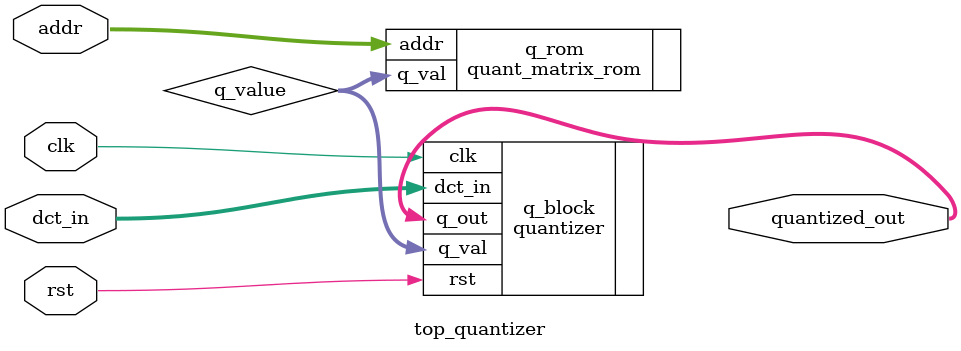
<source format=v>
module top_quantizer (
    input clk,
    input rst,
    input [5:0] addr,                
    input signed [11:0] dct_in,
    output signed [7:0] quantized_out
);

    wire [7:0] q_value;

    quant_matrix_rom q_rom (
        .addr(addr),
        .q_val(q_value)
    );

    quantizer q_block (
        .clk(clk),
        .rst(rst),
        .dct_in(dct_in),
        .q_val(q_value),
        .q_out(quantized_out)
    );

endmodule

</source>
